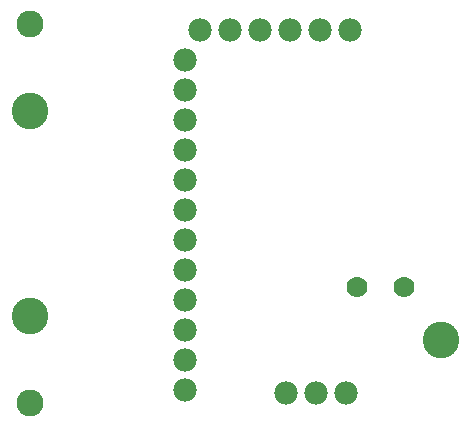
<source format=gbs>
G75*
%MOIN*%
%OFA0B0*%
%FSLAX25Y25*%
%IPPOS*%
%LPD*%
%AMOC8*
5,1,8,0,0,1.08239X$1,22.5*
%
%ADD10C,0.12211*%
%ADD11C,0.07800*%
%ADD12C,0.07000*%
%ADD13C,0.09000*%
D10*
X0036933Y0041815D03*
X0036933Y0110004D03*
X0173941Y0033783D03*
D11*
X0142366Y0016067D03*
X0132366Y0016067D03*
X0122366Y0016067D03*
X0088705Y0017209D03*
X0088705Y0027209D03*
X0088705Y0037209D03*
X0088705Y0047209D03*
X0088705Y0057209D03*
X0088705Y0067209D03*
X0088705Y0077209D03*
X0088705Y0087209D03*
X0088705Y0097209D03*
X0088705Y0107209D03*
X0088705Y0117209D03*
X0088705Y0127209D03*
X0093705Y0137209D03*
X0103705Y0137209D03*
X0113705Y0137209D03*
X0123705Y0137209D03*
X0133705Y0137209D03*
X0143705Y0137209D03*
D12*
X0145988Y0051500D03*
X0161736Y0051500D03*
D13*
X0036933Y0012661D03*
X0036933Y0139157D03*
M02*

</source>
